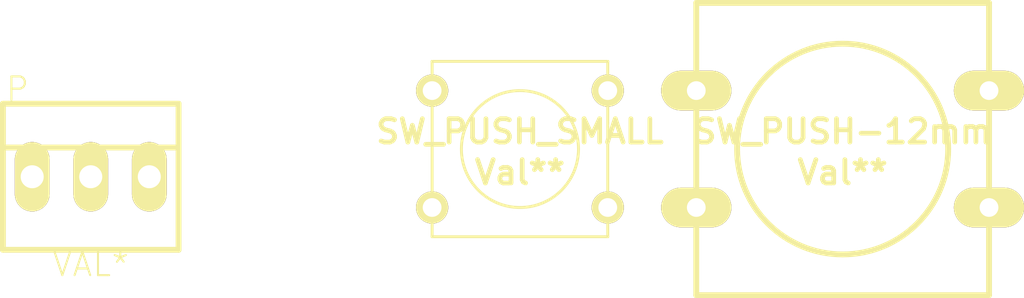
<source format=kicad_pcb>
(kicad_pcb (version 3) (host pcbnew "(2013-07-07 BZR 4022)-stable")

  (general
    (links 0)
    (no_connects 0)
    (area 0 0 0 0)
    (thickness 1.6)
    (drawings 0)
    (tracks 0)
    (zones 0)
    (modules 3)
    (nets 1)
  )

  (page A3)
  (layers
    (15 F.Cu signal)
    (0 B.Cu signal)
    (16 B.Adhes user)
    (17 F.Adhes user)
    (18 B.Paste user)
    (19 F.Paste user)
    (20 B.SilkS user)
    (21 F.SilkS user)
    (22 B.Mask user)
    (23 F.Mask user)
    (24 Dwgs.User user)
    (25 Cmts.User user)
    (26 Eco1.User user)
    (27 Eco2.User user)
    (28 Edge.Cuts user)
  )

  (setup
    (last_trace_width 0.254)
    (trace_clearance 0.254)
    (zone_clearance 0.508)
    (zone_45_only no)
    (trace_min 0.254)
    (segment_width 0.2)
    (edge_width 0.1)
    (via_size 0.889)
    (via_drill 0.635)
    (via_min_size 0.889)
    (via_min_drill 0.508)
    (uvia_size 0.508)
    (uvia_drill 0.127)
    (uvias_allowed no)
    (uvia_min_size 0.508)
    (uvia_min_drill 0.127)
    (pcb_text_width 0.3)
    (pcb_text_size 1.5 1.5)
    (mod_edge_width 0.15)
    (mod_text_size 1 1)
    (mod_text_width 0.15)
    (pad_size 1.5 1.5)
    (pad_drill 0.6)
    (pad_to_mask_clearance 0)
    (aux_axis_origin 0 0)
    (visible_elements FFFFFFBF)
    (pcbplotparams
      (layerselection 3178497)
      (usegerberextensions true)
      (excludeedgelayer true)
      (linewidth 0.150000)
      (plotframeref false)
      (viasonmask false)
      (mode 1)
      (useauxorigin false)
      (hpglpennumber 1)
      (hpglpenspeed 20)
      (hpglpendiameter 15)
      (hpglpenoverlay 2)
      (psnegative false)
      (psa4output false)
      (plotreference true)
      (plotvalue true)
      (plotothertext true)
      (plotinvisibletext false)
      (padsonsilk false)
      (subtractmaskfromsilk false)
      (outputformat 1)
      (mirror false)
      (drillshape 1)
      (scaleselection 1)
      (outputdirectory ""))
  )

  (net 0 "")

  (net_class Default "This is the default net class."
    (clearance 0.254)
    (trace_width 0.254)
    (via_dia 0.889)
    (via_drill 0.635)
    (uvia_dia 0.508)
    (uvia_drill 0.127)
    (add_net "")
  )

  (module PINHEAD1-3 (layer F.Cu) (tedit 4C5EDE92) (tstamp 54828A23)
    (at 246.38 108.204)
    (attr virtual)
    (fp_text reference P (at -3.175 -3.81) (layer F.SilkS)
      (effects (font (size 1.016 1.016) (thickness 0.0889)))
    )
    (fp_text value VAL* (at 0 3.81) (layer F.SilkS)
      (effects (font (size 1.016 1.016) (thickness 0.0889)))
    )
    (fp_line (start -3.81 -3.175) (end -3.81 3.175) (layer F.SilkS) (width 0.254))
    (fp_line (start 3.81 -3.175) (end 3.81 3.175) (layer F.SilkS) (width 0.254))
    (fp_line (start 3.81 -1.27) (end -3.81 -1.27) (layer F.SilkS) (width 0.254))
    (fp_line (start -3.81 -3.175) (end 3.81 -3.175) (layer F.SilkS) (width 0.254))
    (fp_line (start 3.81 3.175) (end -3.81 3.175) (layer F.SilkS) (width 0.254))
    (pad 1 thru_hole oval (at -2.54 0) (size 1.50622 3.01498) (drill 0.99822)
      (layers *.Cu F.Paste F.SilkS F.Mask)
    )
    (pad 2 thru_hole oval (at 0 0) (size 1.50622 3.01498) (drill 0.99822)
      (layers *.Cu F.Paste F.SilkS F.Mask)
    )
    (pad 3 thru_hole oval (at 2.54 0) (size 1.50622 3.01498) (drill 0.99822)
      (layers *.Cu F.Paste F.SilkS F.Mask)
    )
  )

  (module SW_PUSH_SMALL (layer F.Cu) (tedit 46544DB3) (tstamp 5483DE30)
    (at 265 107)
    (fp_text reference SW_PUSH_SMALL (at 0 -0.762) (layer F.SilkS)
      (effects (font (size 1.016 1.016) (thickness 0.2032)))
    )
    (fp_text value Val** (at 0 1.016) (layer F.SilkS)
      (effects (font (size 1.016 1.016) (thickness 0.2032)))
    )
    (fp_circle (center 0 0) (end 0 -2.54) (layer F.SilkS) (width 0.127))
    (fp_line (start -3.81 -3.81) (end 3.81 -3.81) (layer F.SilkS) (width 0.127))
    (fp_line (start 3.81 -3.81) (end 3.81 3.81) (layer F.SilkS) (width 0.127))
    (fp_line (start 3.81 3.81) (end -3.81 3.81) (layer F.SilkS) (width 0.127))
    (fp_line (start -3.81 -3.81) (end -3.81 3.81) (layer F.SilkS) (width 0.127))
    (pad 1 thru_hole circle (at 3.81 -2.54) (size 1.397 1.397) (drill 0.8128)
      (layers *.Cu *.Mask F.SilkS)
    )
    (pad 2 thru_hole circle (at 3.81 2.54) (size 1.397 1.397) (drill 0.8128)
      (layers *.Cu *.Mask F.SilkS)
    )
    (pad 1 thru_hole circle (at -3.81 -2.54) (size 1.397 1.397) (drill 0.8128)
      (layers *.Cu *.Mask F.SilkS)
    )
    (pad 2 thru_hole circle (at -3.81 2.54) (size 1.397 1.397) (drill 0.8128)
      (layers *.Cu *.Mask F.SilkS)
    )
  )

  (module SW_PUSH-12mm (layer F.Cu) (tedit 4C612761) (tstamp 5483E4B1)
    (at 279 107)
    (fp_text reference SW_PUSH-12mm (at 0 -0.762) (layer F.SilkS)
      (effects (font (size 1.016 1.016) (thickness 0.2032)))
    )
    (fp_text value Val** (at 0 1.016) (layer F.SilkS)
      (effects (font (size 1.016 1.016) (thickness 0.2032)))
    )
    (fp_circle (center 0 0) (end 3.81 2.54) (layer F.SilkS) (width 0.254))
    (fp_line (start -6.35 -6.35) (end 6.35 -6.35) (layer F.SilkS) (width 0.254))
    (fp_line (start 6.35 -6.35) (end 6.35 6.35) (layer F.SilkS) (width 0.254))
    (fp_line (start 6.35 6.35) (end -6.35 6.35) (layer F.SilkS) (width 0.254))
    (fp_line (start -6.35 6.35) (end -6.35 -6.35) (layer F.SilkS) (width 0.254))
    (pad 1 thru_hole oval (at 6.35 -2.54) (size 3.048 1.7272) (drill 0.8128)
      (layers *.Cu *.Mask F.SilkS)
    )
    (pad 2 thru_hole oval (at 6.35 2.54) (size 3.048 1.7272) (drill 0.8128)
      (layers *.Cu *.Mask F.SilkS)
    )
    (pad 1 thru_hole oval (at -6.35 -2.54) (size 3.048 1.7272) (drill 0.8128)
      (layers *.Cu *.Mask F.SilkS)
    )
    (pad 2 thru_hole oval (at -6.35 2.54) (size 3.048 1.7272) (drill 0.8128)
      (layers *.Cu *.Mask F.SilkS)
    )
  )

)

</source>
